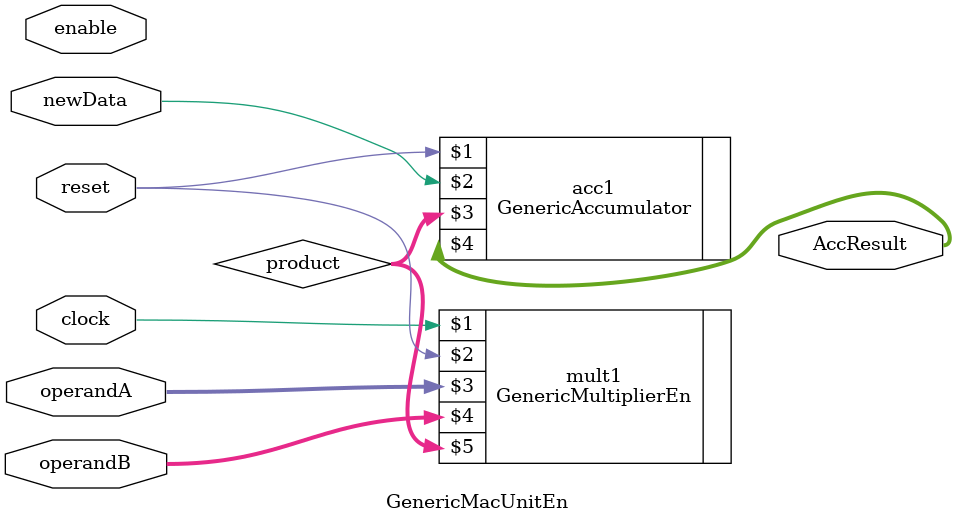
<source format=v>
`timescale 1ns / 1ps
module GenericMacUnitEn(clock,reset,enable,newData,operandA,operandB,AccResult);

parameter bitwidthA=8;
parameter bitwidthB=8;
parameter AccCycles=400;
parameter bitwidthAccRes=25;

input clock,reset,enable;
input newData;
input[bitwidthA-1:0] operandA; 
input[bitwidthB-1:0] operandB;
wire[bitwidthA+bitwidthB-1:0] product;
output[bitwidthAccRes-1:0] AccResult;

GenericMultiplierEn #(bitwidthA,bitwidthB) mult1(clock,reset,operandA,operandB,product);
GenericAccumulator #(bitwidthA+bitwidthB,AccCycles,bitwidthAccRes) acc1(reset,newData,product,AccResult); 

endmodule

</source>
